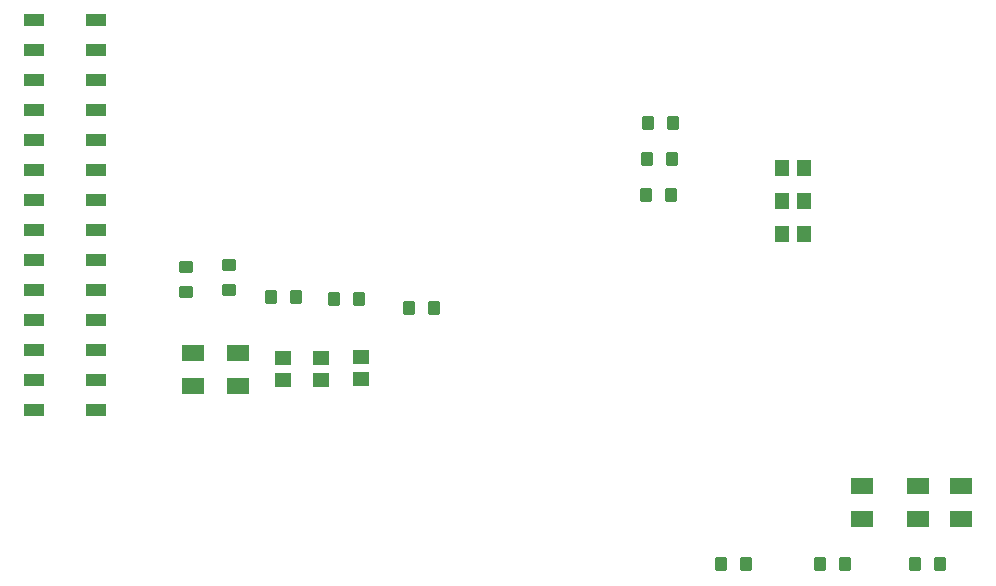
<source format=gtp>
G04*
G04 #@! TF.GenerationSoftware,Altium Limited,Altium Designer,24.1.2 (44)*
G04*
G04 Layer_Color=8421504*
%FSLAX44Y44*%
%MOMM*%
G71*
G04*
G04 #@! TF.SameCoordinates,8026E52B-AA0B-4AC6-8547-A5A81626C292*
G04*
G04*
G04 #@! TF.FilePolarity,Positive*
G04*
G01*
G75*
G04:AMPARAMS|DCode=12|XSize=1.2mm|YSize=1.1mm|CornerRadius=0.275mm|HoleSize=0mm|Usage=FLASHONLY|Rotation=270.000|XOffset=0mm|YOffset=0mm|HoleType=Round|Shape=RoundedRectangle|*
%AMROUNDEDRECTD12*
21,1,1.2000,0.5500,0,0,270.0*
21,1,0.6500,1.1000,0,0,270.0*
1,1,0.5500,-0.2750,-0.3250*
1,1,0.5500,-0.2750,0.3250*
1,1,0.5500,0.2750,0.3250*
1,1,0.5500,0.2750,-0.3250*
%
%ADD12ROUNDEDRECTD12*%
%ADD13R,1.9500X1.4000*%
%ADD14R,1.3500X1.1500*%
%ADD15R,1.1500X1.3500*%
%ADD16R,1.8000X1.0000*%
G04:AMPARAMS|DCode=17|XSize=1.2mm|YSize=1.1mm|CornerRadius=0.275mm|HoleSize=0mm|Usage=FLASHONLY|Rotation=0.000|XOffset=0mm|YOffset=0mm|HoleType=Round|Shape=RoundedRectangle|*
%AMROUNDEDRECTD17*
21,1,1.2000,0.5500,0,0,0.0*
21,1,0.6500,1.1000,0,0,0.0*
1,1,0.5500,0.3250,-0.2750*
1,1,0.5500,-0.3250,-0.2750*
1,1,0.5500,-0.3250,0.2750*
1,1,0.5500,0.3250,0.2750*
%
%ADD17ROUNDEDRECTD17*%
D12*
X359070Y255270D02*
D03*
X380070D02*
D03*
X316570Y262890D02*
D03*
X295570D02*
D03*
X242230Y264160D02*
D03*
X263230D02*
D03*
X808990Y38100D02*
D03*
X787990D02*
D03*
X728050D02*
D03*
X707050D02*
D03*
X644230D02*
D03*
X623230D02*
D03*
X580730Y350520D02*
D03*
X559730D02*
D03*
X582000Y381000D02*
D03*
X561000D02*
D03*
X582930Y411480D02*
D03*
X561930D02*
D03*
D13*
X176530Y189200D02*
D03*
Y217200D02*
D03*
X826770Y104170D02*
D03*
Y76170D02*
D03*
X789940Y104170D02*
D03*
Y76170D02*
D03*
X742950Y104170D02*
D03*
Y76170D02*
D03*
X214630Y189200D02*
D03*
Y217200D02*
D03*
D14*
X252730Y194310D02*
D03*
Y212810D02*
D03*
X318770Y194860D02*
D03*
Y213360D02*
D03*
X284480Y193950D02*
D03*
Y212450D02*
D03*
D15*
X693780Y317500D02*
D03*
X675280D02*
D03*
X693780Y345440D02*
D03*
X675280D02*
D03*
X693780Y373380D02*
D03*
X675280D02*
D03*
D16*
X93980Y448310D02*
D03*
X41980D02*
D03*
X93980Y372110D02*
D03*
X41980D02*
D03*
X93980Y346710D02*
D03*
X41980D02*
D03*
X93980Y295910D02*
D03*
X41980D02*
D03*
X93980Y245110D02*
D03*
X41980D02*
D03*
X93980Y219710D02*
D03*
X41980D02*
D03*
Y168910D02*
D03*
X93980D02*
D03*
X41980Y194310D02*
D03*
X93980D02*
D03*
X41980Y270510D02*
D03*
X93980D02*
D03*
X41980Y321310D02*
D03*
X93980D02*
D03*
X41980Y397510D02*
D03*
X93980D02*
D03*
X41980Y422910D02*
D03*
X93980D02*
D03*
X41980Y473710D02*
D03*
Y499110D02*
D03*
X93980Y473710D02*
D03*
Y499110D02*
D03*
D17*
X170180Y268900D02*
D03*
Y289900D02*
D03*
X207010Y270170D02*
D03*
Y291170D02*
D03*
M02*

</source>
